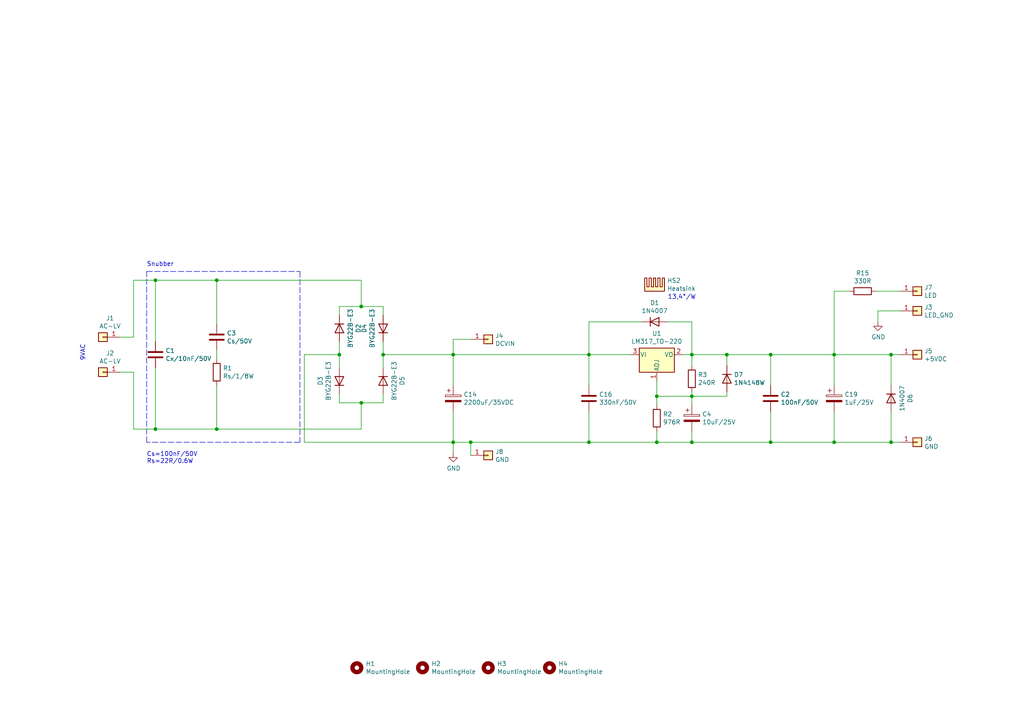
<source format=kicad_sch>
(kicad_sch (version 20211123) (generator eeschema)
  (paper "A4")
  (title_block (title "LV Simple Power Supply 7805") (date "2022-10-05") (rev "1"))
  (lib_symbols
    (symbol "Connector_Generic:Conn_01x01" (pin_names (offset 1.016) hide)
      (property "Reference" "J" (at 0 2.54 0))
      (property "Value" "Conn_01x01" (at 0 -2.54 0))
      (symbol "Conn_01x01_1_1"
        (rectangle (start -1.27 0.127) (end 0 -0.127) (stroke (width 0.1524)))
        (rectangle (start -1.27 1.27) (end 1.27 -1.27) (stroke (width 0.254)) (fill (type background)))
        (pin passive line (at -5.08 0 0) (length 3.81) (name "Pin_1") (number "1"))
      )
    )
    (symbol "Device:C" (pin_numbers hide) (pin_names (offset 0.254))
      (property "Reference" "C" (at 0.635 2.54 0))
      (property "Value" "C" (at 0.635 -2.54 0))
      (symbol "C_0_1"
        (polyline (pts (xy -2.032 -0.762) (xy 2.032 -0.762)) (stroke (width 0.508)))
        (polyline (pts (xy -2.032 0.762) (xy 2.032 0.762)) (stroke (width 0.508)))
      )
      (symbol "C_1_1"
        (pin passive line (at 0 3.81 270) (length 2.794) (name "~") (number "1"))
        (pin passive line (at 0 -3.81 90) (length 2.794) (name "~") (number "2"))
      )
    )
    (symbol "Device:C_Polarized" (pin_numbers hide) (pin_names (offset 0.254))
      (property "Reference" "C" (at 0.635 2.54 0))
      (property "Value" "C_Polarized" (at 0.635 -2.54 0))
      (symbol "C_Polarized_0_1"
        (rectangle (start -2.286 0.508) (end 2.286 1.016))
        (polyline (pts (xy -1.778 2.286) (xy -0.762 2.286)))
        (polyline (pts (xy -1.27 2.794) (xy -1.27 1.778)))
        (rectangle (start 2.286 -0.508) (end -2.286 -1.016) (fill (type outline)))
      )
      (symbol "C_Polarized_1_1"
        (pin passive line (at 0 3.81 270) (length 2.794) (name "~") (number "1"))
        (pin passive line (at 0 -3.81 90) (length 2.794) (name "~") (number "2"))
      )
    )
    (symbol "Device:D" (pin_numbers hide) (pin_names (offset 1.016) hide)
      (property "Reference" "D" (at 0 2.54 0))
      (property "Value" "D" (at 0 -2.54 0))
      (symbol "D_0_1"
        (polyline (pts (xy -1.27 1.27) (xy -1.27 -1.27)) (stroke (width 0.254)))
        (polyline (pts (xy 1.27 0) (xy -1.27 0)))
        (polyline (pts (xy 1.27 1.27) (xy 1.27 -1.27) (xy -1.27 0) (xy 1.27 1.27)) (stroke (width 0.254)))
      )
      (symbol "D_1_1"
        (pin passive line (at -3.81 0 0) (length 2.54) (name "K") (number "1"))
        (pin passive line (at 3.81 0 180) (length 2.54) (name "A") (number "2"))
      )
    )
    (symbol "Device:R" (pin_numbers hide) (pin_names (offset 0))
      (property "Reference" "R" (at 2.032 0 90))
      (property "Value" "R" (at 0 0 90))
      (symbol "R_0_1"
        (rectangle (start -1.016 -2.54) (end 1.016 2.54) (stroke (width 0.254)))
      )
      (symbol "R_1_1"
        (pin passive line (at 0 3.81 270) (length 1.27) (name "~") (number "1"))
        (pin passive line (at 0 -3.81 90) (length 1.27) (name "~") (number "2"))
      )
    )
    (symbol "Diode:1N4007" (pin_numbers hide) (pin_names (offset 1.016) hide)
      (property "Reference" "D" (at 0 2.54 0))
      (property "Value" "1N4007" (at 0 -2.54 0))
      (symbol "1N4007_0_1"
        (polyline (pts (xy -1.27 1.27) (xy -1.27 -1.27)) (stroke (width 0.254)))
        (polyline (pts (xy 1.27 0) (xy -1.27 0)))
        (polyline (pts (xy 1.27 1.27) (xy 1.27 -1.27) (xy -1.27 0) (xy 1.27 1.27)) (stroke (width 0.254)))
      )
      (symbol "1N4007_1_1"
        (pin passive line (at -3.81 0 0) (length 2.54) (name "K") (number "1"))
        (pin passive line (at 3.81 0 180) (length 2.54) (name "A") (number "2"))
      )
    )
    (symbol "Mechanical:Heatsink" (pin_names (offset 1.016))
      (property "Reference" "HS" (at 0 5.08 0))
      (property "Value" "Heatsink" (at 0 -1.27 0))
      (symbol "Heatsink_0_1"
        (polyline (pts (xy -0.3302 1.27) (xy -0.9652 1.27) (xy -0.9652 3.81) (xy -1.6002 3.81) (xy -1.6002 1.27) (xy -2.2352 1.27) (xy -2.2352 3.81) (xy -2.8702 3.81) (xy -2.8702 0) (xy -0.9652 0)) (stroke (width 0.254)) (fill (type background)))
        (polyline (pts (xy -0.3302 1.27) (xy -0.3302 3.81) (xy 0.3048 3.81) (xy 0.3048 1.27) (xy 0.9398 1.27) (xy 0.9398 3.81) (xy 1.5748 3.81) (xy 1.5748 1.27) (xy 2.2098 1.27) (xy 2.2098 3.81) (xy 2.8448 3.81) (xy 2.8448 0) (xy -0.9652 0)) (stroke (width 0.254)) (fill (type background)))
      )
    )
    (symbol "Mechanical:MountingHole" (pin_names (offset 1.016))
      (property "Reference" "H" (at 0 5.08 0))
      (property "Value" "MountingHole" (at 0 3.175 0))
      (symbol "MountingHole_0_1"
        (circle (center 0 0) (radius 1.27) (stroke (width 1.27)))
      )
    )
    (symbol "Regulator_Linear:LM317_TO-220" (pin_names (offset 0.254))
      (property "Reference" "U" (at -3.81 3.175 0))
      (property "Value" "LM317_TO-220" (at 0 3.175 0))
      (symbol "LM317_TO-220_0_1"
        (rectangle (start -5.08 1.905) (end 5.08 -5.08) (stroke (width 0.254)) (fill (type background)))
      )
      (symbol "LM317_TO-220_1_1"
        (pin input line (at 0 -7.62 90) (length 2.54) (name "ADJ") (number "1"))
        (pin power_out line (at 7.62 0 180) (length 2.54) (name "VO") (number "2"))
        (pin power_in line (at -7.62 0 0) (length 2.54) (name "VI") (number "3"))
      )
    )
    (symbol "power:GND" (power) (pin_names (offset 0))
      (property "Value" "GND" (at 0 -3.81 0))
      (symbol "GND_0_1"
        (polyline (pts (xy 0 0) (xy 0 -1.27) (xy 1.27 -1.27) (xy 0 -2.54) (xy -1.27 -1.27) (xy 0 -1.27)))
      )
      (symbol "GND_1_1"
        (pin power_in line (at 0 0 270) (length 0) hide (name "GND") (number "1"))
      )
    )
  )
  (junction (at 200.66 114.935))
  (junction (at 170.815 128.27))
  (junction (at 200.66 102.87))
  (junction (at 190.5 128.27))
  (junction (at 62.865 124.46))
  (junction (at 241.935 128.27))
  (junction (at 104.775 116.84))
  (junction (at 131.445 102.87))
  (junction (at 136.525 128.27))
  (junction (at 210.82 102.87))
  (junction (at 190.5 114.935))
  (junction (at 62.865 81.28))
  (junction (at 258.445 102.87))
  (junction (at 258.445 128.27))
  (junction (at 223.52 102.87))
  (junction (at 200.66 128.27))
  (junction (at 45.085 124.46))
  (junction (at 131.445 128.27))
  (junction (at 170.815 102.87))
  (junction (at 104.775 88.9))
  (junction (at 111.125 102.87))
  (junction (at 223.52 128.27))
  (junction (at 45.085 81.28))
  (junction (at 241.935 102.87))
  (junction (at 98.425 102.87))
  (wire (pts (xy 200.66 102.87) (xy 200.66 106.045)))
  (wire (pts (xy 104.775 124.46) (xy 104.775 116.84)))
  (wire (pts (xy 98.425 88.9) (xy 104.775 88.9)))
  (polyline (pts (xy 42.545 128.27) (xy 42.545 78.74)))
  (wire (pts (xy 241.935 84.455) (xy 241.935 102.87)))
  (wire (pts (xy 131.445 128.27) (xy 131.445 119.38)))
  (wire (pts (xy 170.815 102.87) (xy 182.88 102.87)))
  (wire (pts (xy 98.425 99.06) (xy 98.425 102.87)))
  (wire (pts (xy 241.935 119.38) (xy 241.935 128.27)))
  (wire (pts (xy 38.735 124.46) (xy 45.085 124.46)))
  (wire (pts (xy 34.925 107.95) (xy 38.735 107.95)))
  (wire (pts (xy 136.525 128.27) (xy 136.525 132.08)))
  (wire (pts (xy 258.445 119.38) (xy 258.445 128.27)))
  (wire (pts (xy 62.865 101.6) (xy 62.865 104.14)))
  (wire (pts (xy 88.265 128.27) (xy 88.265 102.87)))
  (wire (pts (xy 200.66 93.345) (xy 200.66 102.87)))
  (wire (pts (xy 131.445 111.76) (xy 131.445 102.87)))
  (wire (pts (xy 254.635 90.17) (xy 254.635 93.345)))
  (wire (pts (xy 38.735 81.28) (xy 45.085 81.28)))
  (wire (pts (xy 260.985 128.27) (xy 258.445 128.27)))
  (wire (pts (xy 241.935 102.87) (xy 258.445 102.87)))
  (wire (pts (xy 210.82 102.87) (xy 223.52 102.87)))
  (wire (pts (xy 170.815 102.87) (xy 170.815 111.76)))
  (wire (pts (xy 223.52 119.38) (xy 223.52 128.27)))
  (wire (pts (xy 104.775 88.9) (xy 111.125 88.9)))
  (wire (pts (xy 223.52 102.87) (xy 241.935 102.87)))
  (wire (pts (xy 131.445 128.27) (xy 136.525 128.27)))
  (wire (pts (xy 131.445 128.27) (xy 88.265 128.27)))
  (wire (pts (xy 34.925 97.79) (xy 38.735 97.79)))
  (wire (pts (xy 111.125 88.9) (xy 111.125 91.44)))
  (wire (pts (xy 170.815 128.27) (xy 190.5 128.27)))
  (wire (pts (xy 190.5 110.49) (xy 190.5 114.935)))
  (wire (pts (xy 241.935 128.27) (xy 258.445 128.27)))
  (wire (pts (xy 62.865 111.76) (xy 62.865 124.46)))
  (wire (pts (xy 45.085 124.46) (xy 45.085 106.68)))
  (wire (pts (xy 170.815 119.38) (xy 170.815 128.27)))
  (wire (pts (xy 111.125 102.87) (xy 131.445 102.87)))
  (wire (pts (xy 104.775 81.28) (xy 104.775 88.9)))
  (wire (pts (xy 62.865 81.28) (xy 45.085 81.28)))
  (wire (pts (xy 190.5 125.095) (xy 190.5 128.27)))
  (wire (pts (xy 198.12 102.87) (xy 200.66 102.87)))
  (wire (pts (xy 111.125 102.87) (xy 111.125 106.68)))
  (wire (pts (xy 136.525 98.425) (xy 131.445 98.425)))
  (wire (pts (xy 186.055 93.345) (xy 170.815 93.345)))
  (wire (pts (xy 131.445 98.425) (xy 131.445 102.87)))
  (wire (pts (xy 210.82 102.87) (xy 210.82 106.045)))
  (wire (pts (xy 241.935 102.87) (xy 241.935 111.76)))
  (wire (pts (xy 170.815 93.345) (xy 170.815 102.87)))
  (wire (pts (xy 200.66 114.935) (xy 200.66 117.475)))
  (wire (pts (xy 62.865 124.46) (xy 45.085 124.46)))
  (wire (pts (xy 200.66 113.665) (xy 200.66 114.935)))
  (wire (pts (xy 88.265 102.87) (xy 98.425 102.87)))
  (wire (pts (xy 254 84.455) (xy 260.985 84.455)))
  (wire (pts (xy 131.445 128.27) (xy 131.445 131.445)))
  (wire (pts (xy 62.865 93.98) (xy 62.865 81.28)))
  (wire (pts (xy 98.425 102.87) (xy 98.425 106.68)))
  (wire (pts (xy 38.735 97.79) (xy 38.735 81.28)))
  (wire (pts (xy 136.525 128.27) (xy 170.815 128.27)))
  (wire (pts (xy 111.125 99.06) (xy 111.125 102.87)))
  (wire (pts (xy 98.425 116.84) (xy 98.425 114.3)))
  (wire (pts (xy 38.735 107.95) (xy 38.735 124.46)))
  (wire (pts (xy 200.66 125.095) (xy 200.66 128.27)))
  (wire (pts (xy 62.865 124.46) (xy 104.775 124.46)))
  (polyline (pts (xy 86.995 128.27) (xy 42.545 128.27)))
  (polyline (pts (xy 86.995 78.74) (xy 86.995 128.27)))
  (wire (pts (xy 190.5 117.475) (xy 190.5 114.935)))
  (wire (pts (xy 104.775 81.28) (xy 62.865 81.28)))
  (wire (pts (xy 190.5 114.935) (xy 200.66 114.935)))
  (wire (pts (xy 98.425 88.9) (xy 98.425 91.44)))
  (wire (pts (xy 45.085 81.28) (xy 45.085 99.06)))
  (wire (pts (xy 258.445 102.87) (xy 260.985 102.87)))
  (wire (pts (xy 200.66 128.27) (xy 223.52 128.27)))
  (wire (pts (xy 131.445 102.87) (xy 170.815 102.87)))
  (wire (pts (xy 190.5 128.27) (xy 200.66 128.27)))
  (polyline (pts (xy 42.545 78.74) (xy 86.995 78.74)))
  (wire (pts (xy 246.38 84.455) (xy 241.935 84.455)))
  (wire (pts (xy 258.445 111.76) (xy 258.445 102.87)))
  (wire (pts (xy 104.775 116.84) (xy 111.125 116.84)))
  (wire (pts (xy 223.52 128.27) (xy 241.935 128.27)))
  (wire (pts (xy 98.425 116.84) (xy 104.775 116.84)))
  (wire (pts (xy 210.82 114.935) (xy 200.66 114.935)))
  (wire (pts (xy 223.52 102.87) (xy 223.52 111.76)))
  (wire (pts (xy 111.125 114.3) (xy 111.125 116.84)))
  (wire (pts (xy 210.82 113.665) (xy 210.82 114.935)))
  (wire (pts (xy 193.675 93.345) (xy 200.66 93.345)))
  (wire (pts (xy 254.635 90.17) (xy 260.985 90.17)))
  (wire (pts (xy 200.66 102.87) (xy 210.82 102.87)))
  (text "Snubber" (at 42.545 77.47 0) (effects (font (size 1.27 1.27)) (justify left bottom)))
  (text "9VAC" (at 24.765 104.775 90) (effects (font (size 1.27 1.27)) (justify left bottom)))
  (text "13,4°/W" (at 193.675 86.995 0) (effects (font (size 1.27 1.27)) (justify left bottom)))
  (text "Cs=100nF/50V\nRs=22R/0.6W" (at 42.545 134.62 0) (effects (font (size 1.27 1.27)) (justify left bottom)))
  (symbol (lib_id "Mechanical:MountingHole") (at 122.555 193.675 0) (unit 1)
    (property "Reference" "H2" (at 125.095 192.5066 0) (effects (justify left)))
    (property "Value" "MountingHole" (at 125.095 194.818 0) (effects (justify left)))
    (property "Footprint" "MountingHole:MountingHole_3.2mm_M3" (effects hide))
  )
  (symbol (lib_id "Mechanical:MountingHole") (at 141.605 193.675 0) (unit 1)
    (property "Reference" "H3" (at 144.145 192.5066 0) (effects (justify left)))
    (property "Value" "MountingHole" (at 144.145 194.818 0) (effects (justify left)))
    (property "Footprint" "MountingHole:MountingHole_3.2mm_M3" (effects hide))
  )
  (symbol (lib_id "Mechanical:MountingHole") (at 103.505 193.675 0) (unit 1)
    (property "Reference" "H1" (at 106.045 192.5066 0) (effects (justify left)))
    (property "Value" "MountingHole" (at 106.045 194.818 0) (effects (justify left)))
    (property "Footprint" "MountingHole:MountingHole_3.2mm_M3" (effects hide))
  )
  (symbol (lib_id "Mechanical:MountingHole") (at 159.385 193.675 0) (unit 1)
    (property "Reference" "H4" (at 161.925 192.5066 0) (effects (justify left)))
    (property "Value" "MountingHole" (at 161.925 194.818 0) (effects (justify left)))
    (property "Footprint" "MountingHole:MountingHole_3.2mm_M3" (effects hide))
  )
  (symbol (lib_id "Device:C_Polarized") (at 131.445 115.57 0) (unit 1)
    (property "Reference" "C14" (at 134.4422 114.4016 0) (effects (justify left)))
    (property "Value" "2200uF/35VDC" (at 134.4422 116.713 0) (effects (justify left)))
    (property "Footprint" "Capacitor_THT:CP_Radial_D16.0mm_P7.50mm" (effects hide))
  )
  (symbol (lib_id "Device:C_Polarized") (at 241.935 115.57 0) (unit 1)
    (property "Reference" "C19" (at 244.9322 114.4016 0) (effects (justify left)))
    (property "Value" "1uF/25V" (at 244.9322 116.713 0) (effects (justify left)))
    (property "Footprint" "Capacitor_THT:CP_Radial_D5.0mm_P2.00mm" (effects hide))
  )
  (symbol (lib_id "Connector_Generic:Conn_01x01") (at 266.065 128.27 0) (unit 1)
    (property "Reference" "J6" (at 268.097 127.2032 0) (effects (justify left)))
    (property "Value" "GND" (at 268.097 129.5146 0) (effects (justify left)))
    (property "Footprint" "Connector_Pin:Pin_D1.0mm_L10.0mm" (effects hide))
  )
  (symbol (lib_id "Connector_Generic:Conn_01x01") (at 266.065 102.87 0) (unit 1)
    (property "Reference" "J5" (at 268.097 101.8032 0) (effects (justify left)))
    (property "Value" "+5VDC" (at 268.097 104.1146 0) (effects (justify left)))
    (property "Footprint" "Connector_Pin:Pin_D1.0mm_L10.0mm" (effects hide))
  )
  (symbol (lib_id "Device:C") (at 170.815 115.57 0) (unit 1)
    (property "Reference" "C16" (at 173.736 114.4016 0) (effects (justify left)))
    (property "Value" "330nF/50V" (at 173.736 116.713 0) (effects (justify left)))
    (property "Footprint" "Capacitor_SMD:C_0805_2012Metric_Pad1.18x1.45mm_HandSolder" (effects hide))
  )
  (symbol (lib_id "Device:R") (at 250.19 84.455 270) (unit 1)
    (property "Reference" "R15" (at 250.19 79.1972 90))
    (property "Value" "330R" (at 250.19 81.5086 90))
    (property "Footprint" "Resistor_SMD:R_0805_2012Metric_Pad1.20x1.40mm_HandSolder" (effects hide))
  )
  (symbol (lib_id "Connector_Generic:Conn_01x01") (at 266.065 84.455 0) (unit 1)
    (property "Reference" "J7" (at 268.097 83.3882 0) (effects (justify left)))
    (property "Value" "LED" (at 268.097 85.6996 0) (effects (justify left)))
    (property "Footprint" "Connector_Pin:Pin_D1.0mm_L10.0mm" (effects hide))
  )
  (symbol (lib_id "Mechanical:Heatsink") (at 189.865 84.455 0) (unit 1)
    (property "Reference" "HS2" (at 193.4718 81.3816 0) (effects (justify left)))
    (property "Value" "Heatsink" (at 193.4718 83.693 0) (effects (justify left)))
    (property "Footprint" "Heatsink:Heatsink_Fischer_SK104-STC-STIC_35x13mm_2xDrill2.5mm" (effects hide))
  )
  (symbol (lib_id "Device:D") (at 98.425 95.25 270) (unit 1)
    (property "Reference" "D2" (at 103.9368 95.25 0))
    (property "Value" "BYG22B-E3" (at 101.6254 95.25 0))
    (property "Footprint" "Diode_SMD:D_SMA_Handsoldering" (effects hide))
  )
  (symbol (lib_id "Device:D") (at 98.425 110.49 90) (unit 1)
    (property "Reference" "D3" (at 92.9132 110.49 0))
    (property "Value" "BYG22B-E3" (at 95.2246 110.49 0))
    (property "Footprint" "Diode_SMD:D_SMA_Handsoldering" (effects hide))
  )
  (symbol (lib_id "Device:D") (at 111.125 95.25 90) (unit 1)
    (property "Reference" "D4" (at 105.6132 95.25 0))
    (property "Value" "BYG22B-E3" (at 107.9246 95.25 0))
    (property "Footprint" "Diode_SMD:D_SMA_Handsoldering" (effects hide))
  )
  (symbol (lib_id "Device:D") (at 111.125 110.49 270) (unit 1)
    (property "Reference" "D5" (at 116.6368 110.49 0))
    (property "Value" "BYG22B-E3" (at 114.3254 110.49 0))
    (property "Footprint" "Diode_SMD:D_SMA_Handsoldering" (effects hide))
  )
  (symbol (lib_id "Connector_Generic:Conn_01x01") (at 29.845 97.79 0) (mirror y) (unit 1)
    (property "Reference" "J1" (at 31.9278 92.2782 0))
    (property "Value" "AC-LV" (at 31.9278 94.5896 0))
    (property "Footprint" "Connector_Pin:Pin_D1.0mm_L10.0mm" (effects hide))
  )
  (symbol (lib_id "Connector_Generic:Conn_01x01") (at 29.845 107.95 0) (mirror y) (unit 1)
    (property "Reference" "J2" (at 31.9278 102.4382 0))
    (property "Value" "AC-LV" (at 31.9278 104.7496 0))
    (property "Footprint" "Connector_Pin:Pin_D1.0mm_L10.0mm" (effects hide))
  )
  (symbol (lib_id "Device:C") (at 45.085 102.87 0) (unit 1)
    (property "Reference" "C1" (at 48.006 101.7016 0) (effects (justify left)))
    (property "Value" "Cx/10nF/50V" (at 48.006 104.013 0) (effects (justify left)))
    (property "Footprint" "Capacitor_SMD:C_0805_2012Metric_Pad1.18x1.45mm_HandSolder" (effects hide))
  )
  (symbol (lib_id "Device:C") (at 62.865 97.79 0) (unit 1)
    (property "Reference" "C3" (at 65.786 96.6216 0) (effects (justify left)))
    (property "Value" "Cs/50V" (at 65.786 98.933 0) (effects (justify left)))
    (property "Footprint" "Capacitor_SMD:C_0805_2012Metric_Pad1.18x1.45mm_HandSolder" (effects hide))
  )
  (symbol (lib_id "Device:R") (at 62.865 107.95 0) (unit 1)
    (property "Reference" "R1" (at 64.643 106.7816 0) (effects (justify left)))
    (property "Value" "Rs/1/8W" (at 64.643 109.093 0) (effects (justify left)))
    (property "Footprint" "Resistor_SMD:R_0805_2012Metric_Pad1.20x1.40mm_HandSolder" (effects hide))
  )
  (symbol (lib_id "Connector_Generic:Conn_01x01") (at 266.065 90.17 0) (unit 1)
    (property "Reference" "J3" (at 268.097 89.1032 0) (effects (justify left)))
    (property "Value" "LED_GND" (at 268.097 91.4146 0) (effects (justify left)))
    (property "Footprint" "Connector_Pin:Pin_D1.0mm_L10.0mm" (effects hide))
  )
  (symbol (lib_id "power:GND") (at 254.635 93.345 0) (unit 1)
    (property "Reference" "#PWR0101" (effects hide))
    (property "Value" "GND" (at 254.762 97.7392 0))
  )
  (symbol (lib_id "Regulator_Linear:LM317_TO-220") (at 190.5 102.87 0) (unit 1)
    (property "Reference" "U1" (at 190.5 96.7232 0))
    (property "Value" "LM317_TO-220" (at 190.5 99.0346 0))
    (property "Footprint" "Package_TO_SOT_THT:TO-220-3_Vertical" (effects hide))
    (property "Datasheet" "http://www.ti.com/lit/ds/symlink/lm317.pdf" (effects hide))
  )
  (symbol (lib_id "Connector_Generic:Conn_01x01") (at 141.605 132.08 0) (unit 1)
    (property "Reference" "J8" (at 143.637 131.0132 0) (effects (justify left)))
    (property "Value" "GND" (at 143.637 133.3246 0) (effects (justify left)))
    (property "Footprint" "Connector_Pin:Pin_D1.0mm_L10.0mm" (effects hide))
  )
  (symbol (lib_id "Device:R") (at 190.5 121.285 0) (unit 1)
    (property "Reference" "R2" (at 192.278 120.1166 0) (effects (justify left)))
    (property "Value" "976R" (at 192.278 122.428 0) (effects (justify left)))
    (property "Footprint" "Resistor_SMD:R_0805_2012Metric_Pad1.20x1.40mm_HandSolder" (effects hide))
  )
  (symbol (lib_id "power:GND") (at 131.445 131.445 0) (unit 1)
    (property "Reference" "#PWR0102" (effects hide))
    (property "Value" "GND" (at 131.572 135.8392 0))
  )
  (symbol (lib_id "Device:C") (at 223.52 115.57 0) (unit 1)
    (property "Reference" "C2" (at 226.441 114.4016 0) (effects (justify left)))
    (property "Value" "100nF/50V" (at 226.441 116.713 0) (effects (justify left)))
    (property "Footprint" "Capacitor_SMD:C_0805_2012Metric_Pad1.18x1.45mm_HandSolder" (effects hide))
  )
  (symbol (lib_id "Diode:1N4007") (at 258.445 115.57 270) (unit 1)
    (property "Reference" "D6" (at 263.9568 115.57 0))
    (property "Value" "1N4007" (at 261.6454 115.57 0))
    (property "Footprint" "Diode_SMD:D_SMA_Handsoldering" (effects hide))
    (property "Datasheet" "http://www.vishay.com/docs/88503/1n4001.pdf" (effects hide))
  )
  (symbol (lib_id "Diode:1N4007") (at 189.865 93.345 0) (unit 1)
    (property "Reference" "D1" (at 189.865 87.8332 0))
    (property "Value" "1N4007" (at 189.865 90.1446 0))
    (property "Footprint" "Diode_SMD:D_SMA_Handsoldering" (effects hide))
    (property "Datasheet" "http://www.vishay.com/docs/88503/1n4001.pdf" (effects hide))
  )
  (symbol (lib_id "Diode:1N4007") (at 210.82 109.855 270) (unit 1)
    (property "Reference" "D7" (at 212.852 108.6866 90) (effects (justify left)))
    (property "Value" "1N4148W" (at 212.852 110.998 90) (effects (justify left)))
    (property "Footprint" "Diode_SMD:D_SOD-123" (effects hide))
    (property "Datasheet" "http://www.vishay.com/docs/88503/1n4001.pdf" (effects hide))
  )
  (symbol (lib_id "Connector_Generic:Conn_01x01") (at 141.605 98.425 0) (unit 1)
    (property "Reference" "J4" (at 143.637 97.3582 0) (effects (justify left)))
    (property "Value" "DCVIN" (at 143.637 99.6696 0) (effects (justify left)))
    (property "Footprint" "Connector_Pin:Pin_D1.0mm_L10.0mm" (effects hide))
  )
  (symbol (lib_id "Device:R") (at 200.66 109.855 0) (unit 1)
    (property "Reference" "R3" (at 202.438 108.6866 0) (effects (justify left)))
    (property "Value" "240R" (at 202.438 110.998 0) (effects (justify left)))
    (property "Footprint" "Resistor_SMD:R_0805_2012Metric_Pad1.20x1.40mm_HandSolder" (effects hide))
  )
  (symbol (lib_id "Device:C_Polarized") (at 200.66 121.285 0) (unit 1)
    (property "Reference" "C4" (at 203.6572 120.1166 0) (effects (justify left)))
    (property "Value" "10uF/25V" (at 203.6572 122.428 0) (effects (justify left)))
    (property "Footprint" "Capacitor_THT:CP_Radial_D5.0mm_P2.00mm" (effects hide))
  )
)
</source>
